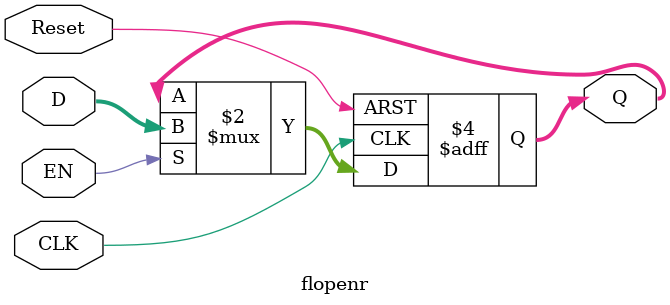
<source format=sv>
`timescale 1ns / 1ps

module flopenr #(
    parameter WIDTH = 8
)
(
    input bit CLK,
    input bit Reset,
    input bit EN,
    input logic [WIDTH-1:0] D,
    output logic [WIDTH-1:0] Q
);

always@(negedge CLK, posedge Reset) begin
	if( Reset ) Q <= {WIDTH{1'b0}};
	else if( EN ) Q <= D;
end

endmodule

</source>
